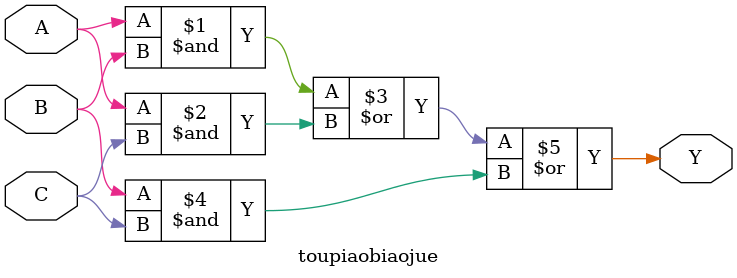
<source format=v>
module toupiaobiaojue(
    input A,
    input B,
    input C,
    output Y
);

assign Y=(A&B)|(A&C)|(B&C);

endmodule
</source>
